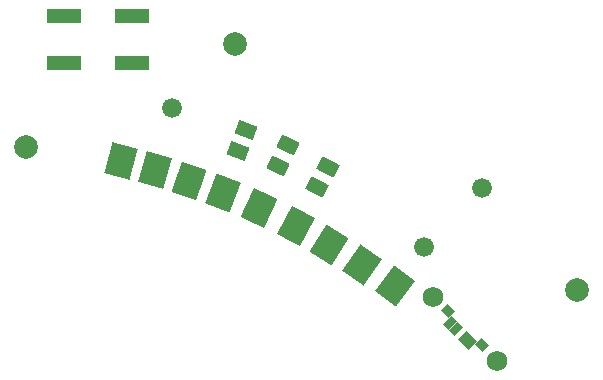
<source format=gbs>
G04*
G04 #@! TF.GenerationSoftware,Altium Limited,Altium Designer,22.1.2 (22)*
G04*
G04 Layer_Color=16711935*
%FSAX25Y25*%
%MOIN*%
G70*
G04*
G04 #@! TF.SameCoordinates,556F6484-80C5-4885-8F5C-664A24EEE505*
G04*
G04*
G04 #@! TF.FilePolarity,Negative*
G04*
G01*
G75*
%ADD10C,0.06800*%
%ADD11C,0.06600*%
G04:AMPARAMS|DCode=31|XSize=33.98mil|YSize=32.8mil|CornerRadius=0mil|HoleSize=0mil|Usage=FLASHONLY|Rotation=315.000|XOffset=0mil|YOffset=0mil|HoleType=Round|Shape=Rectangle|*
%AMROTATEDRECTD31*
4,1,4,-0.02361,0.00042,-0.00042,0.02361,0.02361,-0.00042,0.00042,-0.02361,-0.02361,0.00042,0.0*
%
%ADD31ROTATEDRECTD31*%

G04:AMPARAMS|DCode=32|XSize=23.75mil|YSize=39.5mil|CornerRadius=0mil|HoleSize=0mil|Usage=FLASHONLY|Rotation=315.000|XOffset=0mil|YOffset=0mil|HoleType=Round|Shape=Rectangle|*
%AMROTATEDRECTD32*
4,1,4,-0.02236,-0.00557,0.00557,0.02236,0.02236,0.00557,-0.00557,-0.02236,-0.02236,-0.00557,0.0*
%
%ADD32ROTATEDRECTD32*%

G04:AMPARAMS|DCode=33|XSize=106.42mil|YSize=86.74mil|CornerRadius=0mil|HoleSize=0mil|Usage=FLASHONLY|Rotation=62.000|XOffset=0mil|YOffset=0mil|HoleType=Round|Shape=Rectangle|*
%AMROTATEDRECTD33*
4,1,4,0.01331,-0.06735,-0.06328,-0.02662,-0.01331,0.06735,0.06328,0.02662,0.01331,-0.06735,0.0*
%
%ADD33ROTATEDRECTD33*%

G04:AMPARAMS|DCode=34|XSize=106.42mil|YSize=86.74mil|CornerRadius=0mil|HoleSize=0mil|Usage=FLASHONLY|Rotation=69.000|XOffset=0mil|YOffset=0mil|HoleType=Round|Shape=Rectangle|*
%AMROTATEDRECTD34*
4,1,4,0.02142,-0.06522,-0.05956,-0.03414,-0.02142,0.06522,0.05956,0.03414,0.02142,-0.06522,0.0*
%
%ADD34ROTATEDRECTD34*%

G04:AMPARAMS|DCode=35|XSize=47.37mil|YSize=65.09mil|CornerRadius=0mil|HoleSize=0mil|Usage=FLASHONLY|Rotation=242.000|XOffset=0mil|YOffset=0mil|HoleType=Round|Shape=Rectangle|*
%AMROTATEDRECTD35*
4,1,4,-0.01761,0.03619,0.03985,0.00564,0.01761,-0.03619,-0.03985,-0.00564,-0.01761,0.03619,0.0*
%
%ADD35ROTATEDRECTD35*%

G04:AMPARAMS|DCode=36|XSize=47.37mil|YSize=65.09mil|CornerRadius=0mil|HoleSize=0mil|Usage=FLASHONLY|Rotation=69.000|XOffset=0mil|YOffset=0mil|HoleType=Round|Shape=Rectangle|*
%AMROTATEDRECTD36*
4,1,4,0.02189,-0.03377,-0.03887,-0.01045,-0.02189,0.03377,0.03887,0.01045,0.02189,-0.03377,0.0*
%
%ADD36ROTATEDRECTD36*%

%ADD37C,0.07874*%
G04:AMPARAMS|DCode=38|XSize=106.42mil|YSize=86.74mil|CornerRadius=0mil|HoleSize=0mil|Usage=FLASHONLY|Rotation=71.000|XOffset=0mil|YOffset=0mil|HoleType=Round|Shape=Rectangle|*
%AMROTATEDRECTD38*
4,1,4,0.02368,-0.06443,-0.05833,-0.03619,-0.02368,0.06443,0.05833,0.03619,0.02368,-0.06443,0.0*
%
%ADD38ROTATEDRECTD38*%

G04:AMPARAMS|DCode=39|XSize=106.42mil|YSize=86.74mil|CornerRadius=0mil|HoleSize=0mil|Usage=FLASHONLY|Rotation=75.000|XOffset=0mil|YOffset=0mil|HoleType=Round|Shape=Rectangle|*
%AMROTATEDRECTD39*
4,1,4,0.02812,-0.06262,-0.05566,-0.04017,-0.02812,0.06262,0.05566,0.04017,0.02812,-0.06262,0.0*
%
%ADD39ROTATEDRECTD39*%

G04:AMPARAMS|DCode=40|XSize=106.42mil|YSize=86.74mil|CornerRadius=0mil|HoleSize=0mil|Usage=FLASHONLY|Rotation=53.000|XOffset=0mil|YOffset=0mil|HoleType=Round|Shape=Rectangle|*
%AMROTATEDRECTD40*
4,1,4,0.00261,-0.06860,-0.06666,-0.01640,-0.00261,0.06860,0.06666,0.01640,0.00261,-0.06860,0.0*
%
%ADD40ROTATEDRECTD40*%

G04:AMPARAMS|DCode=41|XSize=106.42mil|YSize=86.74mil|CornerRadius=0mil|HoleSize=0mil|Usage=FLASHONLY|Rotation=65.000|XOffset=0mil|YOffset=0mil|HoleType=Round|Shape=Rectangle|*
%AMROTATEDRECTD41*
4,1,4,0.01682,-0.06656,-0.06180,-0.02990,-0.01682,0.06656,0.06180,0.02990,0.01682,-0.06656,0.0*
%
%ADD41ROTATEDRECTD41*%

%ADD42R,0.11824X0.04737*%
G04:AMPARAMS|DCode=43|XSize=106.42mil|YSize=86.74mil|CornerRadius=0mil|HoleSize=0mil|Usage=FLASHONLY|Rotation=55.000|XOffset=0mil|YOffset=0mil|HoleType=Round|Shape=Rectangle|*
%AMROTATEDRECTD43*
4,1,4,0.00501,-0.06847,-0.06605,-0.01871,-0.00501,0.06847,0.06605,0.01871,0.00501,-0.06847,0.0*
%
%ADD43ROTATEDRECTD43*%

G04:AMPARAMS|DCode=44|XSize=106.42mil|YSize=86.74mil|CornerRadius=0mil|HoleSize=0mil|Usage=FLASHONLY|Rotation=58.000|XOffset=0mil|YOffset=0mil|HoleType=Round|Shape=Rectangle|*
%AMROTATEDRECTD44*
4,1,4,0.00858,-0.06811,-0.06498,-0.02214,-0.00858,0.06811,0.06498,0.02214,0.00858,-0.06811,0.0*
%
%ADD44ROTATEDRECTD44*%

G04:AMPARAMS|DCode=45|XSize=47.37mil|YSize=65.09mil|CornerRadius=0mil|HoleSize=0mil|Usage=FLASHONLY|Rotation=65.000|XOffset=0mil|YOffset=0mil|HoleType=Round|Shape=Rectangle|*
%AMROTATEDRECTD45*
4,1,4,0.01949,-0.03522,-0.03950,-0.00771,-0.01949,0.03522,0.03950,0.00771,0.01949,-0.03522,0.0*
%
%ADD45ROTATEDRECTD45*%

G04:AMPARAMS|DCode=46|XSize=106.42mil|YSize=86.74mil|CornerRadius=0mil|HoleSize=0mil|Usage=FLASHONLY|Rotation=74.000|XOffset=0mil|YOffset=0mil|HoleType=Round|Shape=Rectangle|*
%AMROTATEDRECTD46*
4,1,4,0.02702,-0.06311,-0.05636,-0.03920,-0.02702,0.06311,0.05636,0.03920,0.02702,-0.06311,0.0*
%
%ADD46ROTATEDRECTD46*%

D10*
X1303927Y1071025D02*
D03*
X1325276Y1049677D02*
D03*
D11*
X1301108Y1087563D02*
D03*
X1217146Y1133975D02*
D03*
X1320546Y1107375D02*
D03*
D31*
X1320341Y1054845D02*
D03*
X1309095Y1066092D02*
D03*
D32*
X1316458Y1055471D02*
D03*
X1314565Y1057364D02*
D03*
X1311614Y1060315D02*
D03*
X1309721Y1062208D02*
D03*
D33*
X1258244Y1094675D02*
D03*
D34*
X1234122Y1105553D02*
D03*
D35*
X1265488Y1107573D02*
D03*
X1269000Y1114178D02*
D03*
D36*
X1241888Y1126568D02*
D03*
X1239207Y1119584D02*
D03*
D37*
X1238046Y1155375D02*
D03*
X1168446Y1120975D02*
D03*
X1351946Y1073375D02*
D03*
D38*
X1222568Y1109568D02*
D03*
D39*
X1200174Y1116267D02*
D03*
D40*
X1291246Y1074475D02*
D03*
D41*
X1246099Y1100553D02*
D03*
D42*
X1203782Y1164638D02*
D03*
Y1148890D02*
D03*
X1180948Y1164638D02*
D03*
Y1148890D02*
D03*
D43*
X1280446Y1081675D02*
D03*
D44*
X1269346Y1088375D02*
D03*
D45*
X1252465Y1114686D02*
D03*
X1255626Y1121465D02*
D03*
D46*
X1211357Y1113172D02*
D03*
M02*

</source>
